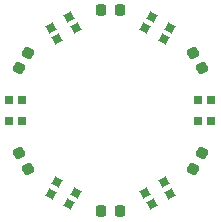
<source format=gbr>
%TF.GenerationSoftware,KiCad,Pcbnew,8.0.6*%
%TF.CreationDate,2024-12-13T19:23:41-05:00*%
%TF.ProjectId,10133,31303133-332e-46b6-9963-61645f706362,rev?*%
%TF.SameCoordinates,Original*%
%TF.FileFunction,Paste,Top*%
%TF.FilePolarity,Positive*%
%FSLAX46Y46*%
G04 Gerber Fmt 4.6, Leading zero omitted, Abs format (unit mm)*
G04 Created by KiCad (PCBNEW 8.0.6) date 2024-12-13 19:23:41*
%MOMM*%
%LPD*%
G01*
G04 APERTURE LIST*
G04 Aperture macros list*
%AMRoundRect*
0 Rectangle with rounded corners*
0 $1 Rounding radius*
0 $2 $3 $4 $5 $6 $7 $8 $9 X,Y pos of 4 corners*
0 Add a 4 corners polygon primitive as box body*
4,1,4,$2,$3,$4,$5,$6,$7,$8,$9,$2,$3,0*
0 Add four circle primitives for the rounded corners*
1,1,$1+$1,$2,$3*
1,1,$1+$1,$4,$5*
1,1,$1+$1,$6,$7*
1,1,$1+$1,$8,$9*
0 Add four rect primitives between the rounded corners*
20,1,$1+$1,$2,$3,$4,$5,0*
20,1,$1+$1,$4,$5,$6,$7,0*
20,1,$1+$1,$6,$7,$8,$9,0*
20,1,$1+$1,$8,$9,$2,$3,0*%
%AMRotRect*
0 Rectangle, with rotation*
0 The origin of the aperture is its center*
0 $1 length*
0 $2 width*
0 $3 Rotation angle, in degrees counterclockwise*
0 Add horizontal line*
21,1,$1,$2,0,0,$3*%
G04 Aperture macros list end*
%ADD10RoundRect,0.225000X0.225000X0.250000X-0.225000X0.250000X-0.225000X-0.250000X0.225000X-0.250000X0*%
%ADD11RotRect,0.700000X0.700000X150.000000*%
%ADD12R,0.700000X0.700000*%
%ADD13RoundRect,0.225000X-0.104006X0.319856X-0.329006X-0.069856X0.104006X-0.319856X0.329006X0.069856X0*%
%ADD14RotRect,0.700000X0.700000X210.000000*%
%ADD15RotRect,0.700000X0.700000X30.000000*%
%ADD16RoundRect,0.225000X0.329006X-0.069856X0.104006X0.319856X-0.329006X0.069856X-0.104006X-0.319856X0*%
%ADD17RoundRect,0.225000X-0.225000X-0.250000X0.225000X-0.250000X0.225000X0.250000X-0.225000X0.250000X0*%
%ADD18RotRect,0.700000X0.700000X330.000000*%
%ADD19RoundRect,0.225000X-0.329006X0.069856X-0.104006X-0.319856X0.329006X-0.069856X0.104006X0.319856X0*%
%ADD20RoundRect,0.225000X0.104006X-0.319856X0.329006X0.069856X-0.104006X0.319856X-0.329006X-0.069856X0*%
G04 APERTURE END LIST*
D10*
%TO.C,C64*%
X775000Y-8897000D03*
X-775000Y-8897000D03*
%TD*%
D11*
%TO.C,LED54*%
X4517413Y-11335624D03*
X5067413Y-10382996D03*
X3482587Y-9467996D03*
X2932587Y-10420624D03*
%TD*%
D12*
%TO.C,LED52*%
X-7450000Y-16482000D03*
X-8550000Y-16482000D03*
X-8550000Y-18312000D03*
X-7450000Y-18312000D03*
%TD*%
D13*
%TO.C,C69*%
X-6973715Y-12475830D03*
X-7748715Y-13818170D03*
%TD*%
D14*
%TO.C,LED53*%
X-2932587Y-10420624D03*
X-3482587Y-9467996D03*
X-5067413Y-10382996D03*
X-4517413Y-11335624D03*
%TD*%
D15*
%TO.C,LED50*%
X2932587Y-24373376D03*
X3482587Y-25326004D03*
X5067413Y-24411004D03*
X4517413Y-23458376D03*
%TD*%
D16*
%TO.C,C65*%
X7748715Y-13818170D03*
X6973715Y-12475830D03*
%TD*%
D12*
%TO.C,LED49*%
X7450000Y-18312000D03*
X8550000Y-18312000D03*
X8550000Y-16482000D03*
X7450000Y-16482000D03*
%TD*%
D17*
%TO.C,C67*%
X-775000Y-25897000D03*
X775000Y-25897000D03*
%TD*%
D18*
%TO.C,LED51*%
X-4517413Y-23458376D03*
X-5067413Y-24411004D03*
X-3482587Y-25326004D03*
X-2932587Y-24373376D03*
%TD*%
D19*
%TO.C,C68*%
X-7748715Y-20975830D03*
X-6973715Y-22318170D03*
%TD*%
D20*
%TO.C,C66*%
X6973715Y-22318170D03*
X7748715Y-20975830D03*
%TD*%
M02*

</source>
